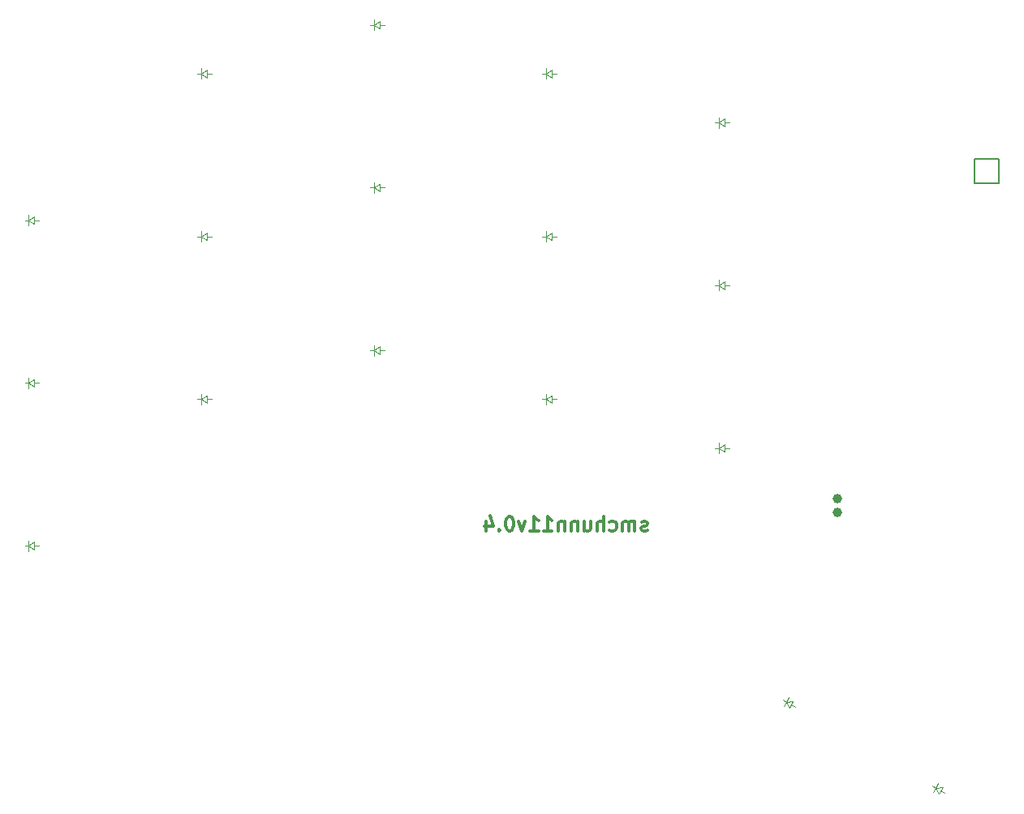
<source format=gbr>
%TF.GenerationSoftware,KiCad,Pcbnew,(6.0.6-1)-1*%
%TF.CreationDate,2023-03-28T00:01:58-05:00*%
%TF.ProjectId,smcboard,736d6362-6f61-4726-942e-6b696361645f,v1.0.0*%
%TF.SameCoordinates,Original*%
%TF.FileFunction,Legend,Bot*%
%TF.FilePolarity,Positive*%
%FSLAX46Y46*%
G04 Gerber Fmt 4.6, Leading zero omitted, Abs format (unit mm)*
G04 Created by KiCad (PCBNEW (6.0.6-1)-1) date 2023-03-28 00:01:58*
%MOMM*%
%LPD*%
G01*
G04 APERTURE LIST*
%ADD10C,0.300000*%
%ADD11C,0.150000*%
%ADD12C,0.100000*%
%ADD13C,1.000000*%
G04 APERTURE END LIST*
D10*
X213464285Y-168357142D02*
X213321428Y-168428571D01*
X213035714Y-168428571D01*
X212892857Y-168357142D01*
X212821428Y-168214285D01*
X212821428Y-168142857D01*
X212892857Y-168000000D01*
X213035714Y-167928571D01*
X213250000Y-167928571D01*
X213392857Y-167857142D01*
X213464285Y-167714285D01*
X213464285Y-167642857D01*
X213392857Y-167500000D01*
X213250000Y-167428571D01*
X213035714Y-167428571D01*
X212892857Y-167500000D01*
X212178571Y-168428571D02*
X212178571Y-167428571D01*
X212178571Y-167571428D02*
X212107142Y-167500000D01*
X211964285Y-167428571D01*
X211750000Y-167428571D01*
X211607142Y-167500000D01*
X211535714Y-167642857D01*
X211535714Y-168428571D01*
X211535714Y-167642857D02*
X211464285Y-167500000D01*
X211321428Y-167428571D01*
X211107142Y-167428571D01*
X210964285Y-167500000D01*
X210892857Y-167642857D01*
X210892857Y-168428571D01*
X209535714Y-168357142D02*
X209678571Y-168428571D01*
X209964285Y-168428571D01*
X210107142Y-168357142D01*
X210178571Y-168285714D01*
X210250000Y-168142857D01*
X210250000Y-167714285D01*
X210178571Y-167571428D01*
X210107142Y-167500000D01*
X209964285Y-167428571D01*
X209678571Y-167428571D01*
X209535714Y-167500000D01*
X208892857Y-168428571D02*
X208892857Y-166928571D01*
X208250000Y-168428571D02*
X208250000Y-167642857D01*
X208321428Y-167500000D01*
X208464285Y-167428571D01*
X208678571Y-167428571D01*
X208821428Y-167500000D01*
X208892857Y-167571428D01*
X206892857Y-167428571D02*
X206892857Y-168428571D01*
X207535714Y-167428571D02*
X207535714Y-168214285D01*
X207464285Y-168357142D01*
X207321428Y-168428571D01*
X207107142Y-168428571D01*
X206964285Y-168357142D01*
X206892857Y-168285714D01*
X206178571Y-167428571D02*
X206178571Y-168428571D01*
X206178571Y-167571428D02*
X206107142Y-167500000D01*
X205964285Y-167428571D01*
X205750000Y-167428571D01*
X205607142Y-167500000D01*
X205535714Y-167642857D01*
X205535714Y-168428571D01*
X204821428Y-167428571D02*
X204821428Y-168428571D01*
X204821428Y-167571428D02*
X204750000Y-167500000D01*
X204607142Y-167428571D01*
X204392857Y-167428571D01*
X204250000Y-167500000D01*
X204178571Y-167642857D01*
X204178571Y-168428571D01*
X202678571Y-168428571D02*
X203535714Y-168428571D01*
X203107142Y-168428571D02*
X203107142Y-166928571D01*
X203250000Y-167142857D01*
X203392857Y-167285714D01*
X203535714Y-167357142D01*
X201250000Y-168428571D02*
X202107142Y-168428571D01*
X201678571Y-168428571D02*
X201678571Y-166928571D01*
X201821428Y-167142857D01*
X201964285Y-167285714D01*
X202107142Y-167357142D01*
X200750000Y-167428571D02*
X200392857Y-168428571D01*
X200035714Y-167428571D01*
X199178571Y-166928571D02*
X199035714Y-166928571D01*
X198892857Y-167000000D01*
X198821428Y-167071428D01*
X198750000Y-167214285D01*
X198678571Y-167500000D01*
X198678571Y-167857142D01*
X198750000Y-168142857D01*
X198821428Y-168285714D01*
X198892857Y-168357142D01*
X199035714Y-168428571D01*
X199178571Y-168428571D01*
X199321428Y-168357142D01*
X199392857Y-168285714D01*
X199464285Y-168142857D01*
X199535714Y-167857142D01*
X199535714Y-167500000D01*
X199464285Y-167214285D01*
X199392857Y-167071428D01*
X199321428Y-167000000D01*
X199178571Y-166928571D01*
X198035714Y-168285714D02*
X197964285Y-168357142D01*
X198035714Y-168428571D01*
X198107142Y-168357142D01*
X198035714Y-168285714D01*
X198035714Y-168428571D01*
X196678571Y-167428571D02*
X196678571Y-168428571D01*
X197035714Y-166857142D02*
X197392857Y-167928571D01*
X196464285Y-167928571D01*
D11*
%TO.C,MCU1*%
X247625000Y-129560000D02*
X247625000Y-132100000D01*
X247625000Y-129560000D02*
X250165000Y-129560000D01*
X247625000Y-132100000D02*
X250165000Y-132100000D01*
X250165000Y-132100000D02*
X250165000Y-129560000D01*
D12*
%TO.C,D1*%
X149525000Y-170000000D02*
X150025000Y-170000000D01*
X149525000Y-170400000D02*
X148925000Y-170000000D01*
X149525000Y-169600000D02*
X149525000Y-170400000D01*
X148925000Y-170000000D02*
X149525000Y-169600000D01*
X148925000Y-170000000D02*
X148925000Y-170550000D01*
X148925000Y-170000000D02*
X148925000Y-169450000D01*
X148525000Y-170000000D02*
X148925000Y-170000000D01*
%TO.C,D2*%
X149525000Y-153000000D02*
X150025000Y-153000000D01*
X149525000Y-153400000D02*
X148925000Y-153000000D01*
X149525000Y-152600000D02*
X149525000Y-153400000D01*
X148925000Y-153000000D02*
X149525000Y-152600000D01*
X148925000Y-153000000D02*
X148925000Y-153550000D01*
X148925000Y-153000000D02*
X148925000Y-152450000D01*
X148525000Y-153000000D02*
X148925000Y-153000000D01*
%TO.C,D3*%
X149525000Y-136000000D02*
X150025000Y-136000000D01*
X149525000Y-136400000D02*
X148925000Y-136000000D01*
X149525000Y-135600000D02*
X149525000Y-136400000D01*
X148925000Y-136000000D02*
X149525000Y-135600000D01*
X148925000Y-136000000D02*
X148925000Y-136550000D01*
X148925000Y-136000000D02*
X148925000Y-135450000D01*
X148525000Y-136000000D02*
X148925000Y-136000000D01*
%TO.C,D4*%
X167525000Y-154700000D02*
X168025000Y-154700000D01*
X167525000Y-155100000D02*
X166925000Y-154700000D01*
X167525000Y-154300000D02*
X167525000Y-155100000D01*
X166925000Y-154700000D02*
X167525000Y-154300000D01*
X166925000Y-154700000D02*
X166925000Y-155250000D01*
X166925000Y-154700000D02*
X166925000Y-154150000D01*
X166525000Y-154700000D02*
X166925000Y-154700000D01*
%TO.C,D5*%
X167525000Y-137700000D02*
X168025000Y-137700000D01*
X167525000Y-138100000D02*
X166925000Y-137700000D01*
X167525000Y-137300000D02*
X167525000Y-138100000D01*
X166925000Y-137700000D02*
X167525000Y-137300000D01*
X166925000Y-137700000D02*
X166925000Y-138250000D01*
X166925000Y-137700000D02*
X166925000Y-137150000D01*
X166525000Y-137700000D02*
X166925000Y-137700000D01*
%TO.C,D6*%
X167525000Y-120700000D02*
X168025000Y-120700000D01*
X167525000Y-121100000D02*
X166925000Y-120700000D01*
X167525000Y-120300000D02*
X167525000Y-121100000D01*
X166925000Y-120700000D02*
X167525000Y-120300000D01*
X166925000Y-120700000D02*
X166925000Y-121250000D01*
X166925000Y-120700000D02*
X166925000Y-120150000D01*
X166525000Y-120700000D02*
X166925000Y-120700000D01*
%TO.C,D7*%
X185525000Y-149600000D02*
X186025000Y-149600000D01*
X185525000Y-150000000D02*
X184925000Y-149600000D01*
X185525000Y-149200000D02*
X185525000Y-150000000D01*
X184925000Y-149600000D02*
X185525000Y-149200000D01*
X184925000Y-149600000D02*
X184925000Y-150150000D01*
X184925000Y-149600000D02*
X184925000Y-149050000D01*
X184525000Y-149600000D02*
X184925000Y-149600000D01*
%TO.C,D8*%
X185525000Y-132600000D02*
X186025000Y-132600000D01*
X185525000Y-133000000D02*
X184925000Y-132600000D01*
X185525000Y-132200000D02*
X185525000Y-133000000D01*
X184925000Y-132600000D02*
X185525000Y-132200000D01*
X184925000Y-132600000D02*
X184925000Y-133150000D01*
X184925000Y-132600000D02*
X184925000Y-132050000D01*
X184525000Y-132600000D02*
X184925000Y-132600000D01*
%TO.C,D9*%
X185525000Y-115600000D02*
X186025000Y-115600000D01*
X185525000Y-116000000D02*
X184925000Y-115600000D01*
X185525000Y-115200000D02*
X185525000Y-116000000D01*
X184925000Y-115600000D02*
X185525000Y-115200000D01*
X184925000Y-115600000D02*
X184925000Y-116150000D01*
X184925000Y-115600000D02*
X184925000Y-115050000D01*
X184525000Y-115600000D02*
X184925000Y-115600000D01*
%TO.C,D10*%
X203525000Y-154700000D02*
X204025000Y-154700000D01*
X203525000Y-155100000D02*
X202925000Y-154700000D01*
X203525000Y-154300000D02*
X203525000Y-155100000D01*
X202925000Y-154700000D02*
X203525000Y-154300000D01*
X202925000Y-154700000D02*
X202925000Y-155250000D01*
X202925000Y-154700000D02*
X202925000Y-154150000D01*
X202525000Y-154700000D02*
X202925000Y-154700000D01*
%TO.C,D11*%
X203525000Y-137700000D02*
X204025000Y-137700000D01*
X203525000Y-138100000D02*
X202925000Y-137700000D01*
X203525000Y-137300000D02*
X203525000Y-138100000D01*
X202925000Y-137700000D02*
X203525000Y-137300000D01*
X202925000Y-137700000D02*
X202925000Y-138250000D01*
X202925000Y-137700000D02*
X202925000Y-137150000D01*
X202525000Y-137700000D02*
X202925000Y-137700000D01*
%TO.C,D12*%
X203525000Y-120700000D02*
X204025000Y-120700000D01*
X203525000Y-121100000D02*
X202925000Y-120700000D01*
X203525000Y-120300000D02*
X203525000Y-121100000D01*
X202925000Y-120700000D02*
X203525000Y-120300000D01*
X202925000Y-120700000D02*
X202925000Y-121250000D01*
X202925000Y-120700000D02*
X202925000Y-120150000D01*
X202525000Y-120700000D02*
X202925000Y-120700000D01*
%TO.C,D13*%
X221525000Y-159800000D02*
X222025000Y-159800000D01*
X221525000Y-160200000D02*
X220925000Y-159800000D01*
X221525000Y-159400000D02*
X221525000Y-160200000D01*
X220925000Y-159800000D02*
X221525000Y-159400000D01*
X220925000Y-159800000D02*
X220925000Y-160350000D01*
X220925000Y-159800000D02*
X220925000Y-159250000D01*
X220525000Y-159800000D02*
X220925000Y-159800000D01*
%TO.C,D14*%
X221525000Y-142800000D02*
X222025000Y-142800000D01*
X221525000Y-143200000D02*
X220925000Y-142800000D01*
X221525000Y-142400000D02*
X221525000Y-143200000D01*
X220925000Y-142800000D02*
X221525000Y-142400000D01*
X220925000Y-142800000D02*
X220925000Y-143350000D01*
X220925000Y-142800000D02*
X220925000Y-142250000D01*
X220525000Y-142800000D02*
X220925000Y-142800000D01*
%TO.C,D15*%
X221525000Y-125800000D02*
X222025000Y-125800000D01*
X221525000Y-126200000D02*
X220925000Y-125800000D01*
X221525000Y-125400000D02*
X221525000Y-126200000D01*
X220925000Y-125800000D02*
X221525000Y-125400000D01*
X220925000Y-125800000D02*
X220925000Y-126350000D01*
X220925000Y-125800000D02*
X220925000Y-125250000D01*
X220525000Y-125800000D02*
X220925000Y-125800000D01*
%TO.C,D16*%
X228491506Y-186589102D02*
X228924519Y-186839102D01*
X228291506Y-186935512D02*
X227971891Y-186289102D01*
X228691506Y-186242692D02*
X228291506Y-186935512D01*
X227971891Y-186289102D02*
X228691506Y-186242692D01*
X227971891Y-186289102D02*
X227696891Y-186765416D01*
X227971891Y-186289102D02*
X228246891Y-185812788D01*
X227625481Y-186089102D02*
X227971891Y-186289102D01*
%TO.C,D17*%
X244079963Y-195589102D02*
X244512976Y-195839102D01*
X243879963Y-195935512D02*
X243560348Y-195289102D01*
X244279963Y-195242692D02*
X243879963Y-195935512D01*
X243560348Y-195289102D02*
X244279963Y-195242692D01*
X243560348Y-195289102D02*
X243285348Y-195765416D01*
X243560348Y-195289102D02*
X243835348Y-194812788D01*
X243213938Y-195089102D02*
X243560348Y-195289102D01*
%TD*%
D13*
%TO.C,*%
X233275000Y-165050000D03*
X233275000Y-166550000D03*
%TD*%
M02*

</source>
